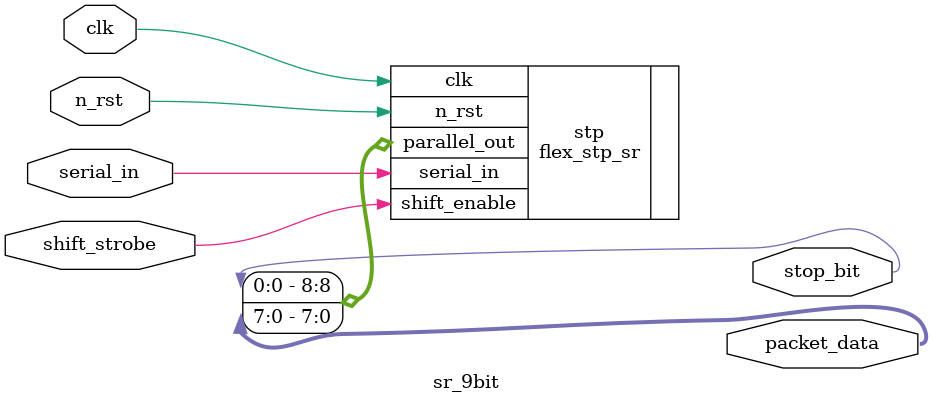
<source format=sv>
module sr_9bit(
    input logic clk, n_rst, shift_strobe, serial_in,
    output logic [7:0] packet_data,
    output logic stop_bit
);

    flex_stp_sr #(.NUM_BITS(9), .SHIFT_MSB(0)) 
        stp(.clk(clk), .n_rst(n_rst), .shift_enable(shift_strobe), .serial_in(serial_in), .parallel_out({stop_bit, packet_data}));

endmodule
</source>
